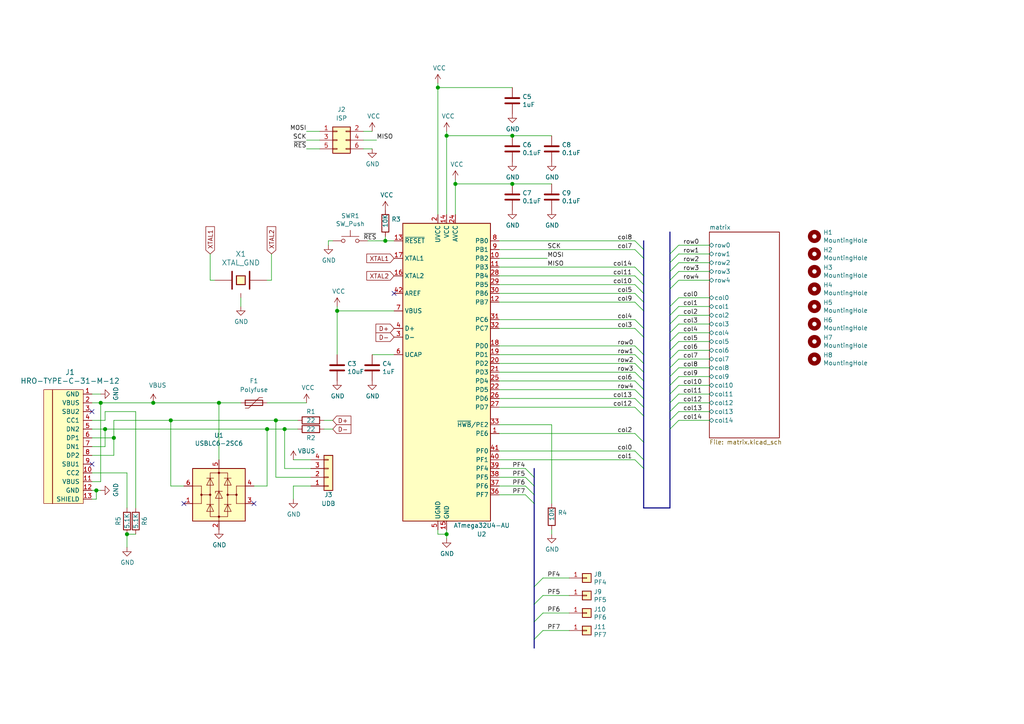
<source format=kicad_sch>
(kicad_sch (version 20201015) (generator eeschema)
  (paper "A4")
  (title_block (title "Arisu") (rev "1.0") (company "Fate"))
  (lib_symbols
    (symbol "Connector_Generic:Conn_01x01" (pin_names (offset 1.016) hide)
      (property "Reference" "J" (at 0 2.54 0))
      (property "Value" "Conn_01x01" (at 0 -2.54 0))
      (symbol "Conn_01x01_1_1"
        (rectangle (start -1.27 0.127) (end 0 -0.127) (stroke (width 0.1524)))
        (rectangle (start -1.27 1.27) (end 1.27 -1.27) (stroke (width 0.254)) (fill (type background)))
        (pin passive line (at -5.08 0 0) (length 3.81) (name "Pin_1") (number "1"))
      )
    )
    (symbol "Connector_Generic:Conn_01x04" (pin_names (offset 1.016) hide)
      (property "Reference" "J" (at 0 5.08 0))
      (property "Value" "Conn_01x04" (at 0 -7.62 0))
      (symbol "Conn_01x04_1_1"
        (rectangle (start -1.27 -4.953) (end 0 -5.207) (stroke (width 0.1524)))
        (rectangle (start -1.27 -2.413) (end 0 -2.667) (stroke (width 0.1524)))
        (rectangle (start -1.27 2.667) (end 0 2.413) (stroke (width 0.1524)))
        (rectangle (start -1.27 3.81) (end 1.27 -6.35) (stroke (width 0.254)) (fill (type background)))
        (rectangle (start -1.27 0.127) (end 0 -0.127) (stroke (width 0.1524)))
        (pin passive line (at -5.08 2.54 0) (length 3.81) (name "Pin_1") (number "1"))
        (pin passive line (at -5.08 0 0) (length 3.81) (name "Pin_2") (number "2"))
        (pin passive line (at -5.08 -2.54 0) (length 3.81) (name "Pin_3") (number "3"))
        (pin passive line (at -5.08 -5.08 0) (length 3.81) (name "Pin_4") (number "4"))
      )
    )
    (symbol "Connector_Generic:Conn_02x03_Odd_Even" (pin_names (offset 1.016) hide)
      (property "Reference" "J" (at 1.27 5.08 0))
      (property "Value" "Conn_02x03_Odd_Even" (at 1.27 -5.08 0))
      (symbol "Conn_02x03_Odd_Even_1_1"
        (rectangle (start -1.27 -2.413) (end 0 -2.667) (stroke (width 0.1524)))
        (rectangle (start -1.27 2.667) (end 0 2.413) (stroke (width 0.1524)))
        (rectangle (start -1.27 3.81) (end 3.81 -3.81) (stroke (width 0.254)) (fill (type background)))
        (rectangle (start -1.27 0.127) (end 0 -0.127) (stroke (width 0.1524)))
        (rectangle (start 3.81 -2.413) (end 2.54 -2.667) (stroke (width 0.1524)))
        (rectangle (start 3.81 2.667) (end 2.54 2.413) (stroke (width 0.1524)))
        (rectangle (start 3.81 0.127) (end 2.54 -0.127) (stroke (width 0.1524)))
        (pin passive line (at -5.08 2.54 0) (length 3.81) (name "Pin_1") (number "1"))
        (pin passive line (at 7.62 2.54 180) (length 3.81) (name "Pin_2") (number "2"))
        (pin passive line (at -5.08 0 0) (length 3.81) (name "Pin_3") (number "3"))
        (pin passive line (at 7.62 0 180) (length 3.81) (name "Pin_4") (number "4"))
        (pin passive line (at -5.08 -2.54 0) (length 3.81) (name "Pin_5") (number "5"))
        (pin passive line (at 7.62 -2.54 180) (length 3.81) (name "Pin_6") (number "6"))
      )
    )
    (symbol "Device:C" (pin_numbers hide) (pin_names (offset 0.254))
      (property "Reference" "C" (at 0.635 2.54 0))
      (property "Value" "C" (at 0.635 -2.54 0))
      (symbol "C_0_1"
        (polyline (pts (xy -2.032 -0.762) (xy 2.032 -0.762)) (stroke (width 0.508)))
        (polyline (pts (xy -2.032 0.762) (xy 2.032 0.762)) (stroke (width 0.508)))
      )
      (symbol "C_1_1"
        (pin passive line (at 0 3.81 270) (length 2.794) (name "~") (number "1"))
        (pin passive line (at 0 -3.81 90) (length 2.794) (name "~") (number "2"))
      )
    )
    (symbol "Device:Polyfuse" (pin_numbers hide) (pin_names (offset 0))
      (property "Reference" "F" (at -2.54 0 90))
      (property "Value" "Polyfuse" (at 2.54 0 90))
      (symbol "Polyfuse_0_1"
        (rectangle (start -0.762 2.54) (end 0.762 -2.54) (stroke (width 0.254)))
        (polyline (pts (xy 0 2.54) (xy 0 -2.54)))
        (polyline (pts (xy -1.524 2.54) (xy -1.524 1.524) (xy 1.524 -1.524) (xy 1.524 -2.54)))
      )
      (symbol "Polyfuse_1_1"
        (pin passive line (at 0 3.81 270) (length 1.27) (name "~") (number "1"))
        (pin passive line (at 0 -3.81 90) (length 1.27) (name "~") (number "2"))
      )
    )
    (symbol "Device:R" (pin_numbers hide) (pin_names (offset 0))
      (property "Reference" "R" (at 2.032 0 90))
      (property "Value" "R" (at 0 0 90))
      (symbol "R_0_1"
        (rectangle (start -1.016 -2.54) (end 1.016 2.54) (stroke (width 0.254)))
      )
      (symbol "R_1_1"
        (pin passive line (at 0 3.81 270) (length 1.27) (name "~") (number "1"))
        (pin passive line (at 0 -3.81 90) (length 1.27) (name "~") (number "2"))
      )
    )
    (symbol "MCU_Microchip_ATmega:ATmega32U4-AU"
      (property "Reference" "U" (at -12.7 44.45 0))
      (property "Value" "ATmega32U4-AU" (at 2.54 -44.45 0))
      (symbol "ATmega32U4-AU_0_1"
        (rectangle (start -12.7 -43.18) (end 12.7 43.18) (stroke (width 0.254)) (fill (type background)))
      )
      (symbol "ATmega32U4-AU_1_1"
        (pin bidirectional line (at 15.24 -17.78 180) (length 2.54) (name "PE6") (number "1"))
        (pin bidirectional line (at 15.24 33.02 180) (length 2.54) (name "PB2") (number "10"))
        (pin bidirectional line (at 15.24 30.48 180) (length 2.54) (name "PB3") (number "11"))
        (pin bidirectional line (at 15.24 20.32 180) (length 2.54) (name "PB7") (number "12"))
        (pin input line (at -15.24 38.1 0) (length 2.54) (name "~RESET") (number "13"))
        (pin power_in line (at 0 45.72 270) (length 2.54) (name "VCC") (number "14"))
        (pin power_in line (at 0 -45.72 90) (length 2.54) (name "GND") (number "15"))
        (pin output line (at -15.24 27.94 0) (length 2.54) (name "XTAL2") (number "16"))
        (pin input line (at -15.24 33.02 0) (length 2.54) (name "XTAL1") (number "17"))
        (pin bidirectional line (at 15.24 7.62 180) (length 2.54) (name "PD0") (number "18"))
        (pin bidirectional line (at 15.24 5.08 180) (length 2.54) (name "PD1") (number "19"))
        (pin power_in line (at -2.54 45.72 270) (length 2.54) (name "UVCC") (number "2"))
        (pin bidirectional line (at 15.24 2.54 180) (length 2.54) (name "PD2") (number "20"))
        (pin bidirectional line (at 15.24 0 180) (length 2.54) (name "PD3") (number "21"))
        (pin bidirectional line (at 15.24 -5.08 180) (length 2.54) (name "PD5") (number "22"))
        (pin passive line (at 0 -45.72 90) (length 2.54) hide (name "GND") (number "23"))
        (pin power_in line (at 2.54 45.72 270) (length 2.54) (name "AVCC") (number "24"))
        (pin bidirectional line (at 15.24 -2.54 180) (length 2.54) (name "PD4") (number "25"))
        (pin bidirectional line (at 15.24 -7.62 180) (length 2.54) (name "PD6") (number "26"))
        (pin bidirectional line (at 15.24 -10.16 180) (length 2.54) (name "PD7") (number "27"))
        (pin bidirectional line (at 15.24 27.94 180) (length 2.54) (name "PB4") (number "28"))
        (pin bidirectional line (at 15.24 25.4 180) (length 2.54) (name "PB5") (number "29"))
        (pin bidirectional line (at -15.24 10.16 0) (length 2.54) (name "D-") (number "3"))
        (pin bidirectional line (at 15.24 22.86 180) (length 2.54) (name "PB6") (number "30"))
        (pin bidirectional line (at 15.24 15.24 180) (length 2.54) (name "PC6") (number "31"))
        (pin bidirectional line (at 15.24 12.7 180) (length 2.54) (name "PC7") (number "32"))
        (pin bidirectional line (at 15.24 -15.24 180) (length 2.54) (name "~HWB~/PE2") (number "33"))
        (pin passive line (at 0 45.72 270) (length 2.54) hide (name "VCC") (number "34"))
        (pin passive line (at 0 -45.72 90) (length 2.54) hide (name "GND") (number "35"))
        (pin bidirectional line (at 15.24 -35.56 180) (length 2.54) (name "PF7") (number "36"))
        (pin bidirectional line (at 15.24 -33.02 180) (length 2.54) (name "PF6") (number "37"))
        (pin bidirectional line (at 15.24 -30.48 180) (length 2.54) (name "PF5") (number "38"))
        (pin bidirectional line (at 15.24 -27.94 180) (length 2.54) (name "PF4") (number "39"))
        (pin bidirectional line (at -15.24 12.7 0) (length 2.54) (name "D+") (number "4"))
        (pin bidirectional line (at 15.24 -25.4 180) (length 2.54) (name "PF1") (number "40"))
        (pin bidirectional line (at 15.24 -22.86 180) (length 2.54) (name "PF0") (number "41"))
        (pin passive line (at -15.24 22.86 0) (length 2.54) (name "AREF") (number "42"))
        (pin passive line (at 0 -45.72 90) (length 2.54) hide (name "GND") (number "43"))
        (pin passive line (at 2.54 45.72 270) (length 2.54) hide (name "AVCC") (number "44"))
        (pin passive line (at -2.54 -45.72 90) (length 2.54) (name "UGND") (number "5"))
        (pin passive line (at -15.24 5.08 0) (length 2.54) (name "UCAP") (number "6"))
        (pin input line (at -15.24 17.78 0) (length 2.54) (name "VBUS") (number "7"))
        (pin bidirectional line (at 15.24 38.1 180) (length 2.54) (name "PB0") (number "8"))
        (pin bidirectional line (at 15.24 35.56 180) (length 2.54) (name "PB1") (number "9"))
      )
    )
    (symbol "Power:VBUS" (power) (pin_names (offset 0))
      (property "Value" "VBUS" (at 0 3.81 0))
      (symbol "VBUS_0_1"
        (polyline (pts (xy -0.762 1.27) (xy 0 2.54)))
        (polyline (pts (xy 0 0) (xy 0 2.54)))
        (polyline (pts (xy 0 2.54) (xy 0.762 1.27)))
      )
      (symbol "VBUS_1_1"
        (pin power_in line (at 0 0 90) (length 0) hide (name "VBUS") (number "1"))
      )
    )
    (symbol "Switch:SW_Push" (pin_numbers hide) (pin_names (offset 1.016) hide)
      (property "Reference" "SW" (at 1.27 2.54 0))
      (property "Value" "SW_Push" (at 0 -1.524 0))
      (symbol "SW_Push_0_1"
        (circle (center -2.032 0) (radius 0.508))
        (circle (center 2.032 0) (radius 0.508))
        (polyline (pts (xy 0 1.27) (xy 0 3.048)))
        (polyline (pts (xy 2.54 1.27) (xy -2.54 1.27)))
        (pin passive line (at -5.08 0 0) (length 2.54) (name "1") (number "1"))
        (pin passive line (at 5.08 0 180) (length 2.54) (name "2") (number "2"))
      )
    )
    (symbol "Type-C:HRO-TYPE-C-31-M-12" (pin_names (offset 1.016))
      (property "Reference" "USB" (at -5.08 16.51 0))
      (property "Value" "HRO-TYPE-C-31-M-12" (at -10.16 -1.27 90))
      (symbol "HRO-TYPE-C-31-M-12_0_1"
        (rectangle (start -11.43 15.24) (end -8.89 -17.78) (fill (type background)))
        (rectangle (start 0 -17.78) (end -8.89 15.24) (fill (type background)))
      )
      (symbol "HRO-TYPE-C-31-M-12_1_1"
        (pin input line (at 2.54 13.97 180) (length 2.54) (name "GND") (number "1"))
        (pin input line (at 2.54 11.43 180) (length 2.54) (name "VBUS") (number "2"))
        (pin input line (at 2.54 8.89 180) (length 2.54) (name "SBU2") (number "3"))
        (pin input line (at 2.54 6.35 180) (length 2.54) (name "CC1") (number "4"))
        (pin input line (at 2.54 3.81 180) (length 2.54) (name "DN2") (number "5"))
        (pin input line (at 2.54 1.27 180) (length 2.54) (name "DP1") (number "6"))
        (pin input line (at 2.54 -1.27 180) (length 2.54) (name "DN1") (number "7"))
        (pin input line (at 2.54 -3.81 180) (length 2.54) (name "DP2") (number "8"))
        (pin input line (at 2.54 -6.35 180) (length 2.54) (name "SBU1") (number "9"))
        (pin input line (at 2.54 -8.89 180) (length 2.54) (name "CC2") (number "10"))
        (pin input line (at 2.54 -11.43 180) (length 2.54) (name "VBUS") (number "11"))
        (pin input line (at 2.54 -13.97 180) (length 2.54) (name "GND") (number "12"))
        (pin input line (at 2.54 -16.51 180) (length 2.54) (name "SHIELD") (number "13"))
      )
    )
    (symbol "arisu-rescue:GND-power" (power) (pin_names (offset 0))
      (property "Value" "GND-power" (at 0 -3.81 0))
      (symbol "GND-power_0_1"
        (polyline (pts (xy 0 0) (xy 0 -1.27) (xy 1.27 -1.27) (xy 0 -2.54) (xy -1.27 -1.27) (xy 0 -1.27)))
      )
      (symbol "GND-power_1_1"
        (pin power_in line (at 0 0 270) (length 0) hide (name "GND") (number "1"))
      )
    )
    (symbol "arisu-rescue:MountingHole-Mechanical" (pin_names (offset 1.016))
      (property "Reference" "H" (at 0 5.08 0))
      (property "Value" "MountingHole-Mechanical" (at 0 3.175 0))
      (symbol "MountingHole-Mechanical_0_1"
        (circle (center 0 0) (radius 1.27) (stroke (width 1.27)))
      )
    )
    (symbol "arisu-rescue:USBLC6-2SC6-Power_Protection" (pin_names hide)
      (property "Reference" "U" (at 2.54 8.89 0))
      (property "Value" "USBLC6-2SC6-Power_Protection" (at 2.54 -8.89 0))
      (symbol "USBLC6-2SC6-Power_Protection_0_1"
        (circle (center -5.08 0) (radius 0.254) (fill (type outline)))
        (circle (center -2.54 0) (radius 0.254) (fill (type outline)))
        (circle (center 0 -6.35) (radius 0.254) (fill (type outline)))
        (circle (center 0 6.35) (radius 0.254) (fill (type outline)))
        (circle (center 2.54 0) (radius 0.254) (fill (type outline)))
        (circle (center 5.08 0) (radius 0.254) (fill (type outline)))
        (rectangle (start -2.54 6.35) (end 2.54 -6.35))
        (rectangle (start -7.62 -7.62) (end 7.62 7.62) (stroke (width 0.254)) (fill (type background)))
        (polyline (pts (xy -5.08 -2.54) (xy -7.62 -2.54)))
        (polyline (pts (xy -5.08 0) (xy -5.08 -2.54)))
        (polyline (pts (xy -5.08 2.54) (xy -7.62 2.54)))
        (polyline (pts (xy -1.524 -2.794) (xy -3.556 -2.794)))
        (polyline (pts (xy -1.524 4.826) (xy -3.556 4.826)))
        (polyline (pts (xy 0 -7.62) (xy 0 -6.35)))
        (polyline (pts (xy 0 -6.35) (xy 0 1.27)))
        (polyline (pts (xy 0 1.27) (xy 0 6.35)))
        (polyline (pts (xy 0 6.35) (xy 0 7.62)))
        (polyline (pts (xy 1.524 -2.794) (xy 3.556 -2.794)))
        (polyline (pts (xy 1.524 4.826) (xy 3.556 4.826)))
        (polyline (pts (xy 5.08 -2.54) (xy 7.62 -2.54)))
        (polyline (pts (xy 5.08 0) (xy 5.08 -2.54)))
        (polyline (pts (xy 5.08 2.54) (xy 7.62 2.54)))
        (polyline (pts (xy -2.54 0) (xy -5.08 0) (xy -5.08 2.54)))
        (polyline (pts (xy 2.54 0) (xy 5.08 0) (xy 5.08 2.54)))
        (polyline (pts (xy -3.556 -4.826) (xy -1.524 -4.826) (xy -2.54 -2.794) (xy -3.556 -4.826)))
        (polyline (pts (xy -3.556 2.794) (xy -1.524 2.794) (xy -2.54 4.826) (xy -3.556 2.794)))
        (polyline (pts (xy -1.016 -1.016) (xy 1.016 -1.016) (xy 0 1.016) (xy -1.016 -1.016)))
        (polyline (pts (xy 1.016 1.016) (xy 0.762 1.016) (xy -1.016 1.016) (xy -1.016 0.508)))
        (polyline (pts (xy 3.556 -4.826) (xy 1.524 -4.826) (xy 2.54 -2.794) (xy 3.556 -4.826)))
        (polyline (pts (xy 3.556 2.794) (xy 1.524 2.794) (xy 2.54 4.826) (xy 3.556 2.794)))
      )
      (symbol "USBLC6-2SC6-Power_Protection_1_1"
        (pin passive line (at -10.16 -2.54 0) (length 2.54) (name "I/O1") (number "1"))
        (pin passive line (at 0 -10.16 90) (length 2.54) (name "GND") (number "2"))
        (pin passive line (at 10.16 -2.54 180) (length 2.54) (name "I/O2") (number "3"))
        (pin passive line (at 10.16 2.54 180) (length 2.54) (name "I/O2") (number "4"))
        (pin passive line (at 0 10.16 270) (length 2.54) (name "VBUS") (number "5"))
        (pin passive line (at -10.16 2.54 0) (length 2.54) (name "I/O1") (number "6"))
      )
    )
    (symbol "arisu-rescue:VCC-power" (power) (pin_names (offset 0))
      (property "Value" "VCC-power" (at 0 3.81 0))
      (symbol "VCC-power_0_1"
        (polyline (pts (xy -0.762 1.27) (xy 0 2.54)))
        (polyline (pts (xy 0 0) (xy 0 2.54)))
        (polyline (pts (xy 0 2.54) (xy 0.762 1.27)))
      )
      (symbol "VCC-power_1_1"
        (pin power_in line (at 0 0 90) (length 0) hide (name "VCC") (number "1"))
      )
    )
    (symbol "keyboard_parts:XTAL_GND" (pin_numbers hide) (pin_names (offset 1.016) hide)
      (property "Reference" "X" (at 0 3.81 0))
      (property "Value" "XTAL_GND" (at 0 -3.81 0))
      (symbol "XTAL_GND_0_1"
        (polyline (pts (xy -2.54 2.54) (xy -2.54 -2.54)) (stroke (width 0.4064)))
        (polyline (pts (xy 2.54 2.54) (xy 2.54 -2.54)) (stroke (width 0.4064)))
        (polyline (pts (xy -1.27 1.27) (xy 1.27 1.27) (xy 1.27 -1.27) (xy -1.27 -1.27) (xy -1.27 1.27)) (stroke (width 0.3048)) (fill (type background)))
      )
      (symbol "XTAL_GND_1_1"
        (pin passive line (at -7.62 0 0) (length 5.08) (name "1") (number "1"))
        (pin passive line (at 7.62 0 180) (length 5.08) (name "2") (number "2"))
        (pin passive line (at 0 -5.08 90) (length 1.27) (name "~") (number "3"))
      )
    )
  )
  (junction (at 27.94 142.24) (diameter 1.016))
  (junction (at 29.21 116.84) (diameter 1.016))
  (junction (at 30.48 124.46) (diameter 1.016))
  (junction (at 33.02 127) (diameter 1.016))
  (junction (at 36.83 154.94) (diameter 1.016))
  (junction (at 44.45 116.84) (diameter 1.016))
  (junction (at 49.53 121.92) (diameter 1.016))
  (junction (at 63.5 116.84) (diameter 1.016))
  (junction (at 77.47 124.46) (diameter 1.016))
  (junction (at 80.01 121.92) (diameter 1.016))
  (junction (at 82.55 124.46) (diameter 1.016))
  (junction (at 97.79 90.17) (diameter 1.016))
  (junction (at 111.76 69.85) (diameter 1.016))
  (junction (at 127 25.4) (diameter 1.016))
  (junction (at 129.54 39.37) (diameter 1.016))
  (junction (at 129.54 154.94) (diameter 1.016))
  (junction (at 132.08 53.34) (diameter 1.016))
  (junction (at 148.59 39.37) (diameter 1.016))
  (junction (at 148.59 53.34) (diameter 1.016))
  (no_connect (at 26.67 119.38))
  (no_connect (at 26.67 134.62))
  (no_connect (at 53.34 146.05))
  (no_connect (at 73.66 146.05))
  (no_connect (at 114.3 85.09))
  (bus_entry (at 152.4 135.89) (size 2.54 2.54) (stroke (width 0.1524)))
  (bus_entry (at 152.4 138.43) (size 2.54 2.54) (stroke (width 0.1524)))
  (bus_entry (at 152.4 140.97) (size 2.54 2.54) (stroke (width 0.1524)))
  (bus_entry (at 152.4 143.51) (size 2.54 2.54) (stroke (width 0.1524)))
  (bus_entry (at 154.94 170.18) (size 2.54 -2.54) (stroke (width 0.1524)))
  (bus_entry (at 154.94 175.26) (size 2.54 -2.54) (stroke (width 0.1524)))
  (bus_entry (at 154.94 180.34) (size 2.54 -2.54) (stroke (width 0.1524)))
  (bus_entry (at 154.94 185.42) (size 2.54 -2.54) (stroke (width 0.1524)))
  (bus_entry (at 184.15 69.85) (size 2.54 2.54) (stroke (width 0.1524)))
  (bus_entry (at 184.15 72.39) (size 2.54 2.54) (stroke (width 0.1524)))
  (bus_entry (at 184.15 77.47) (size 2.54 2.54) (stroke (width 0.1524)))
  (bus_entry (at 184.15 80.01) (size 2.54 2.54) (stroke (width 0.1524)))
  (bus_entry (at 184.15 82.55) (size 2.54 2.54) (stroke (width 0.1524)))
  (bus_entry (at 184.15 85.09) (size 2.54 2.54) (stroke (width 0.1524)))
  (bus_entry (at 184.15 87.63) (size 2.54 2.54) (stroke (width 0.1524)))
  (bus_entry (at 184.15 92.71) (size 2.54 2.54) (stroke (width 0.1524)))
  (bus_entry (at 184.15 95.25) (size 2.54 2.54) (stroke (width 0.1524)))
  (bus_entry (at 184.15 100.33) (size 2.54 2.54) (stroke (width 0.1524)))
  (bus_entry (at 184.15 102.87) (size 2.54 2.54) (stroke (width 0.1524)))
  (bus_entry (at 184.15 105.41) (size 2.54 2.54) (stroke (width 0.1524)))
  (bus_entry (at 184.15 107.95) (size 2.54 2.54) (stroke (width 0.1524)))
  (bus_entry (at 184.15 110.49) (size 2.54 2.54) (stroke (width 0.1524)))
  (bus_entry (at 184.15 113.03) (size 2.54 2.54) (stroke (width 0.1524)))
  (bus_entry (at 184.15 115.57) (size 2.54 2.54) (stroke (width 0.1524)))
  (bus_entry (at 184.15 118.11) (size 2.54 2.54) (stroke (width 0.1524)))
  (bus_entry (at 184.15 125.73) (size 2.54 2.54) (stroke (width 0.1524)))
  (bus_entry (at 184.15 130.81) (size 2.54 2.54) (stroke (width 0.1524)))
  (bus_entry (at 184.15 133.35) (size 2.54 2.54) (stroke (width 0.1524)))
  (bus_entry (at 194.31 73.66) (size 2.54 -2.54) (stroke (width 0.1524)))
  (bus_entry (at 194.31 76.2) (size 2.54 -2.54) (stroke (width 0.1524)))
  (bus_entry (at 194.31 78.74) (size 2.54 -2.54) (stroke (width 0.1524)))
  (bus_entry (at 194.31 81.28) (size 2.54 -2.54) (stroke (width 0.1524)))
  (bus_entry (at 194.31 83.82) (size 2.54 -2.54) (stroke (width 0.1524)))
  (bus_entry (at 194.31 88.9) (size 2.54 -2.54) (stroke (width 0.1524)))
  (bus_entry (at 194.31 91.44) (size 2.54 -2.54) (stroke (width 0.1524)))
  (bus_entry (at 194.31 93.98) (size 2.54 -2.54) (stroke (width 0.1524)))
  (bus_entry (at 194.31 96.52) (size 2.54 -2.54) (stroke (width 0.1524)))
  (bus_entry (at 194.31 99.06) (size 2.54 -2.54) (stroke (width 0.1524)))
  (bus_entry (at 194.31 101.6) (size 2.54 -2.54) (stroke (width 0.1524)))
  (bus_entry (at 194.31 104.14) (size 2.54 -2.54) (stroke (width 0.1524)))
  (bus_entry (at 194.31 106.68) (size 2.54 -2.54) (stroke (width 0.1524)))
  (bus_entry (at 194.31 109.22) (size 2.54 -2.54) (stroke (width 0.1524)))
  (bus_entry (at 194.31 111.76) (size 2.54 -2.54) (stroke (width 0.1524)))
  (bus_entry (at 194.31 114.3) (size 2.54 -2.54) (stroke (width 0.1524)))
  (bus_entry (at 194.31 116.84) (size 2.54 -2.54) (stroke (width 0.1524)))
  (bus_entry (at 194.31 119.38) (size 2.54 -2.54) (stroke (width 0.1524)))
  (bus_entry (at 194.31 121.92) (size 2.54 -2.54) (stroke (width 0.1524)))
  (bus_entry (at 194.31 124.46) (size 2.54 -2.54) (stroke (width 0.1524)))
  (wire (pts (xy 26.67 114.3) (xy 29.21 114.3)))
  (wire (pts (xy 26.67 116.84) (xy 29.21 116.84)))
  (wire (pts (xy 26.67 121.92) (xy 30.48 121.92)))
  (wire (pts (xy 26.67 124.46) (xy 30.48 124.46)))
  (wire (pts (xy 26.67 127) (xy 33.02 127)))
  (wire (pts (xy 26.67 129.54) (xy 30.48 129.54)))
  (wire (pts (xy 26.67 132.08) (xy 33.02 132.08)))
  (wire (pts (xy 26.67 137.16) (xy 36.83 137.16)))
  (wire (pts (xy 26.67 142.24) (xy 27.94 142.24)))
  (wire (pts (xy 26.67 144.78) (xy 27.94 144.78)))
  (wire (pts (xy 27.94 142.24) (xy 29.21 142.24)))
  (wire (pts (xy 27.94 144.78) (xy 27.94 142.24)))
  (wire (pts (xy 29.21 116.84) (xy 29.21 139.7)))
  (wire (pts (xy 29.21 116.84) (xy 44.45 116.84)))
  (wire (pts (xy 29.21 139.7) (xy 26.67 139.7)))
  (wire (pts (xy 30.48 119.38) (xy 39.37 119.38)))
  (wire (pts (xy 30.48 121.92) (xy 30.48 119.38)))
  (wire (pts (xy 30.48 124.46) (xy 77.47 124.46)))
  (wire (pts (xy 30.48 129.54) (xy 30.48 124.46)))
  (wire (pts (xy 33.02 121.92) (xy 49.53 121.92)))
  (wire (pts (xy 33.02 127) (xy 33.02 121.92)))
  (wire (pts (xy 33.02 127) (xy 33.02 132.08)))
  (wire (pts (xy 36.83 137.16) (xy 36.83 147.32)))
  (wire (pts (xy 36.83 154.94) (xy 36.83 158.75)))
  (wire (pts (xy 36.83 154.94) (xy 39.37 154.94)))
  (wire (pts (xy 39.37 119.38) (xy 39.37 147.32)))
  (wire (pts (xy 44.45 116.84) (xy 63.5 116.84)))
  (wire (pts (xy 49.53 121.92) (xy 80.01 121.92)))
  (wire (pts (xy 49.53 140.97) (xy 49.53 121.92)))
  (wire (pts (xy 49.53 140.97) (xy 53.34 140.97)))
  (wire (pts (xy 60.96 73.66) (xy 60.96 81.28)))
  (wire (pts (xy 60.96 81.28) (xy 62.23 81.28)))
  (wire (pts (xy 63.5 116.84) (xy 63.5 133.35)))
  (wire (pts (xy 63.5 116.84) (xy 69.85 116.84)))
  (wire (pts (xy 69.85 86.36) (xy 69.85 88.9)))
  (wire (pts (xy 73.66 140.97) (xy 77.47 140.97)))
  (wire (pts (xy 77.47 81.28) (xy 78.74 81.28)))
  (wire (pts (xy 77.47 116.84) (xy 88.9 116.84)))
  (wire (pts (xy 77.47 124.46) (xy 82.55 124.46)))
  (wire (pts (xy 77.47 140.97) (xy 77.47 124.46)))
  (wire (pts (xy 78.74 81.28) (xy 78.74 73.66)))
  (wire (pts (xy 80.01 121.92) (xy 86.36 121.92)))
  (wire (pts (xy 80.01 138.43) (xy 80.01 121.92)))
  (wire (pts (xy 82.55 124.46) (xy 86.36 124.46)))
  (wire (pts (xy 82.55 135.89) (xy 82.55 124.46)))
  (wire (pts (xy 85.09 133.35) (xy 90.17 133.35)))
  (wire (pts (xy 85.09 140.97) (xy 85.09 144.78)))
  (wire (pts (xy 88.9 38.1) (xy 92.71 38.1)))
  (wire (pts (xy 88.9 40.64) (xy 92.71 40.64)))
  (wire (pts (xy 88.9 43.18) (xy 92.71 43.18)))
  (wire (pts (xy 90.17 135.89) (xy 82.55 135.89)))
  (wire (pts (xy 90.17 138.43) (xy 80.01 138.43)))
  (wire (pts (xy 90.17 140.97) (xy 85.09 140.97)))
  (wire (pts (xy 93.98 121.92) (xy 96.52 121.92)))
  (wire (pts (xy 93.98 124.46) (xy 96.52 124.46)))
  (wire (pts (xy 95.25 69.85) (xy 95.25 71.12)))
  (wire (pts (xy 96.52 69.85) (xy 95.25 69.85)))
  (wire (pts (xy 97.79 90.17) (xy 97.79 88.9)))
  (wire (pts (xy 97.79 90.17) (xy 97.79 102.87)))
  (wire (pts (xy 105.41 38.1) (xy 107.95 38.1)))
  (wire (pts (xy 105.41 40.64) (xy 109.22 40.64)))
  (wire (pts (xy 105.41 43.18) (xy 107.95 43.18)))
  (wire (pts (xy 106.68 69.85) (xy 111.76 69.85)))
  (wire (pts (xy 107.95 102.87) (xy 114.3 102.87)))
  (wire (pts (xy 111.76 68.58) (xy 111.76 69.85)))
  (wire (pts (xy 111.76 69.85) (xy 114.3 69.85)))
  (wire (pts (xy 114.3 90.17) (xy 97.79 90.17)))
  (wire (pts (xy 127 24.13) (xy 127 25.4)))
  (wire (pts (xy 127 25.4) (xy 127 62.23)))
  (wire (pts (xy 127 153.67) (xy 127 154.94)))
  (wire (pts (xy 127 154.94) (xy 129.54 154.94)))
  (wire (pts (xy 129.54 38.1) (xy 129.54 39.37)))
  (wire (pts (xy 129.54 39.37) (xy 129.54 62.23)))
  (wire (pts (xy 129.54 39.37) (xy 148.59 39.37)))
  (wire (pts (xy 129.54 153.67) (xy 129.54 154.94)))
  (wire (pts (xy 129.54 154.94) (xy 129.54 156.21)))
  (wire (pts (xy 132.08 52.07) (xy 132.08 53.34)))
  (wire (pts (xy 132.08 53.34) (xy 132.08 62.23)))
  (wire (pts (xy 132.08 53.34) (xy 148.59 53.34)))
  (wire (pts (xy 144.78 69.85) (xy 184.15 69.85)))
  (wire (pts (xy 144.78 72.39) (xy 184.15 72.39)))
  (wire (pts (xy 144.78 74.93) (xy 158.75 74.93)))
  (wire (pts (xy 144.78 77.47) (xy 184.15 77.47)))
  (wire (pts (xy 144.78 80.01) (xy 184.15 80.01)))
  (wire (pts (xy 144.78 82.55) (xy 184.15 82.55)))
  (wire (pts (xy 144.78 85.09) (xy 184.15 85.09)))
  (wire (pts (xy 144.78 87.63) (xy 184.15 87.63)))
  (wire (pts (xy 144.78 92.71) (xy 184.15 92.71)))
  (wire (pts (xy 144.78 95.25) (xy 184.15 95.25)))
  (wire (pts (xy 144.78 100.33) (xy 184.15 100.33)))
  (wire (pts (xy 144.78 102.87) (xy 184.15 102.87)))
  (wire (pts (xy 144.78 105.41) (xy 184.15 105.41)))
  (wire (pts (xy 144.78 107.95) (xy 184.15 107.95)))
  (wire (pts (xy 144.78 110.49) (xy 184.15 110.49)))
  (wire (pts (xy 144.78 113.03) (xy 184.15 113.03)))
  (wire (pts (xy 144.78 115.57) (xy 184.15 115.57)))
  (wire (pts (xy 144.78 118.11) (xy 184.15 118.11)))
  (wire (pts (xy 144.78 123.19) (xy 160.02 123.19)))
  (wire (pts (xy 144.78 125.73) (xy 184.15 125.73)))
  (wire (pts (xy 144.78 130.81) (xy 184.15 130.81)))
  (wire (pts (xy 144.78 133.35) (xy 184.15 133.35)))
  (wire (pts (xy 144.78 135.89) (xy 152.4 135.89)))
  (wire (pts (xy 144.78 138.43) (xy 152.4 138.43)))
  (wire (pts (xy 144.78 140.97) (xy 152.4 140.97)))
  (wire (pts (xy 144.78 143.51) (xy 152.4 143.51)))
  (wire (pts (xy 148.59 25.4) (xy 127 25.4)))
  (wire (pts (xy 148.59 39.37) (xy 160.02 39.37)))
  (wire (pts (xy 148.59 53.34) (xy 160.02 53.34)))
  (wire (pts (xy 157.48 167.64) (xy 165.1 167.64)))
  (wire (pts (xy 157.48 172.72) (xy 165.1 172.72)))
  (wire (pts (xy 157.48 177.8) (xy 165.1 177.8)))
  (wire (pts (xy 157.48 182.88) (xy 165.1 182.88)))
  (wire (pts (xy 160.02 123.19) (xy 160.02 146.05)))
  (wire (pts (xy 160.02 154.94) (xy 160.02 153.67)))
  (wire (pts (xy 196.85 76.2) (xy 205.74 76.2)))
  (wire (pts (xy 196.85 78.74) (xy 205.74 78.74)))
  (wire (pts (xy 196.85 81.28) (xy 205.74 81.28)))
  (wire (pts (xy 196.85 86.36) (xy 205.74 86.36)))
  (wire (pts (xy 196.85 88.9) (xy 205.74 88.9)))
  (wire (pts (xy 196.85 91.44) (xy 205.74 91.44)))
  (wire (pts (xy 196.85 93.98) (xy 205.74 93.98)))
  (wire (pts (xy 196.85 96.52) (xy 205.74 96.52)))
  (wire (pts (xy 196.85 99.06) (xy 205.74 99.06)))
  (wire (pts (xy 196.85 101.6) (xy 205.74 101.6)))
  (wire (pts (xy 196.85 104.14) (xy 205.74 104.14)))
  (wire (pts (xy 196.85 106.68) (xy 205.74 106.68)))
  (wire (pts (xy 196.85 109.22) (xy 205.74 109.22)))
  (wire (pts (xy 196.85 111.76) (xy 205.74 111.76)))
  (wire (pts (xy 196.85 114.3) (xy 205.74 114.3)))
  (wire (pts (xy 196.85 116.84) (xy 205.74 116.84)))
  (wire (pts (xy 196.85 119.38) (xy 205.74 119.38)))
  (wire (pts (xy 196.85 121.92) (xy 205.74 121.92)))
  (wire (pts (xy 205.74 71.12) (xy 196.85 71.12)))
  (wire (pts (xy 205.74 73.66) (xy 196.85 73.66)))
  (bus (pts (xy 154.94 135.89) (xy 154.94 138.43)))
  (bus (pts (xy 154.94 138.43) (xy 154.94 140.97)))
  (bus (pts (xy 154.94 140.97) (xy 154.94 143.51)))
  (bus (pts (xy 154.94 143.51) (xy 154.94 146.05)))
  (bus (pts (xy 154.94 146.05) (xy 154.94 170.18)))
  (bus (pts (xy 154.94 170.18) (xy 154.94 175.26)))
  (bus (pts (xy 154.94 175.26) (xy 154.94 180.34)))
  (bus (pts (xy 154.94 180.34) (xy 154.94 185.42)))
  (bus (pts (xy 154.94 185.42) (xy 154.94 187.96)))
  (bus (pts (xy 186.69 69.85) (xy 186.69 72.39)))
  (bus (pts (xy 186.69 72.39) (xy 186.69 74.93)))
  (bus (pts (xy 186.69 74.93) (xy 186.69 80.01)))
  (bus (pts (xy 186.69 80.01) (xy 186.69 82.55)))
  (bus (pts (xy 186.69 82.55) (xy 186.69 85.09)))
  (bus (pts (xy 186.69 85.09) (xy 186.69 87.63)))
  (bus (pts (xy 186.69 87.63) (xy 186.69 90.17)))
  (bus (pts (xy 186.69 90.17) (xy 186.69 95.25)))
  (bus (pts (xy 186.69 95.25) (xy 186.69 97.79)))
  (bus (pts (xy 186.69 97.79) (xy 186.69 102.87)))
  (bus (pts (xy 186.69 102.87) (xy 186.69 105.41)))
  (bus (pts (xy 186.69 105.41) (xy 186.69 107.95)))
  (bus (pts (xy 186.69 107.95) (xy 186.69 110.49)))
  (bus (pts (xy 186.69 110.49) (xy 186.69 113.03)))
  (bus (pts (xy 186.69 113.03) (xy 186.69 115.57)))
  (bus (pts (xy 186.69 115.57) (xy 186.69 118.11)))
  (bus (pts (xy 186.69 118.11) (xy 186.69 120.65)))
  (bus (pts (xy 186.69 120.65) (xy 186.69 128.27)))
  (bus (pts (xy 186.69 128.27) (xy 186.69 133.35)))
  (bus (pts (xy 186.69 133.35) (xy 186.69 135.89)))
  (bus (pts (xy 186.69 135.89) (xy 186.69 147.32)))
  (bus (pts (xy 186.69 147.32) (xy 194.31 147.32)))
  (bus (pts (xy 194.31 67.31) (xy 194.31 73.66)))
  (bus (pts (xy 194.31 73.66) (xy 194.31 76.2)))
  (bus (pts (xy 194.31 76.2) (xy 194.31 78.74)))
  (bus (pts (xy 194.31 78.74) (xy 194.31 81.28)))
  (bus (pts (xy 194.31 81.28) (xy 194.31 83.82)))
  (bus (pts (xy 194.31 83.82) (xy 194.31 88.9)))
  (bus (pts (xy 194.31 88.9) (xy 194.31 91.44)))
  (bus (pts (xy 194.31 91.44) (xy 194.31 93.98)))
  (bus (pts (xy 194.31 93.98) (xy 194.31 96.52)))
  (bus (pts (xy 194.31 96.52) (xy 194.31 99.06)))
  (bus (pts (xy 194.31 99.06) (xy 194.31 101.6)))
  (bus (pts (xy 194.31 101.6) (xy 194.31 104.14)))
  (bus (pts (xy 194.31 104.14) (xy 194.31 106.68)))
  (bus (pts (xy 194.31 106.68) (xy 194.31 109.22)))
  (bus (pts (xy 194.31 109.22) (xy 194.31 111.76)))
  (bus (pts (xy 194.31 111.76) (xy 194.31 114.3)))
  (bus (pts (xy 194.31 114.3) (xy 194.31 116.84)))
  (bus (pts (xy 194.31 116.84) (xy 194.31 119.38)))
  (bus (pts (xy 194.31 119.38) (xy 194.31 121.92)))
  (bus (pts (xy 194.31 121.92) (xy 194.31 124.46)))
  (bus (pts (xy 194.31 124.46) (xy 194.31 147.32)))
  (label "MOSI" (at 88.9 38.1 180))
  (label "SCK" (at 88.9 40.64 180))
  (label "~RES~" (at 88.9 43.18 180))
  (label "MISO" (at 109.22 40.64 0))
  (label "~RES~" (at 109.22 69.85 180))
  (label "PF4" (at 148.59 135.89 0))
  (label "PF5" (at 148.59 138.43 0))
  (label "PF6" (at 148.59 140.97 0))
  (label "PF7" (at 148.59 143.51 0))
  (label "SCK" (at 158.75 72.39 0))
  (label "MOSI" (at 158.75 74.93 0))
  (label "MISO" (at 158.75 77.47 0))
  (label "PF4" (at 158.75 167.64 0))
  (label "PF5" (at 158.75 172.72 0))
  (label "PF6" (at 158.75 177.8 0))
  (label "PF7" (at 158.75 182.88 0))
  (label "col14" (at 177.8 77.47 0))
  (label "col11" (at 177.8 80.01 0))
  (label "col10" (at 177.8 82.55 0))
  (label "col13" (at 177.8 115.57 0))
  (label "col12" (at 177.8 118.11 0))
  (label "col8" (at 179.07 69.85 0))
  (label "col7" (at 179.07 72.39 0))
  (label "col5" (at 179.07 85.09 0))
  (label "col9" (at 179.07 87.63 0))
  (label "col4" (at 179.07 92.71 0))
  (label "col3" (at 179.07 95.25 0))
  (label "row0" (at 179.07 100.33 0))
  (label "row1" (at 179.07 102.87 0))
  (label "row2" (at 179.07 105.41 0))
  (label "row3" (at 179.07 107.95 0))
  (label "col6" (at 179.07 110.49 0))
  (label "row4" (at 179.07 113.03 0))
  (label "col2" (at 179.07 125.73 0))
  (label "col0" (at 179.07 130.81 0))
  (label "col1" (at 179.07 133.35 0))
  (label "row0" (at 198.12 71.12 0))
  (label "row1" (at 198.12 73.66 0))
  (label "row2" (at 198.12 76.2 0))
  (label "row3" (at 198.12 78.74 0))
  (label "row4" (at 198.12 81.28 0))
  (label "col0" (at 198.12 86.36 0))
  (label "col1" (at 198.12 88.9 0))
  (label "col2" (at 198.12 91.44 0))
  (label "col3" (at 198.12 93.98 0))
  (label "col4" (at 198.12 96.52 0))
  (label "col5" (at 198.12 99.06 0))
  (label "col6" (at 198.12 101.6 0))
  (label "col7" (at 198.12 104.14 0))
  (label "col8" (at 198.12 106.68 0))
  (label "col9" (at 198.12 109.22 0))
  (label "col10" (at 198.12 111.76 0))
  (label "col11" (at 198.12 114.3 0))
  (label "col12" (at 198.12 116.84 0))
  (label "col13" (at 198.12 119.38 0))
  (label "col14" (at 198.12 121.92 0))
  (global_label "XTAL1" (shape input) (at 60.96 73.66 90) (property "Intersheet References" "${INTERSHEET_REFS}" (effects hide)))
  (global_label "XTAL2" (shape input) (at 78.74 73.66 90) (property "Intersheet References" "${INTERSHEET_REFS}" (effects hide)))
  (global_label "D+" (shape input) (at 96.52 121.92 0) (property "Intersheet References" "${INTERSHEET_REFS}" (effects hide)))
  (global_label "D-" (shape input) (at 96.52 124.46 0) (property "Intersheet References" "${INTERSHEET_REFS}" (effects hide)))
  (global_label "XTAL1" (shape input) (at 114.3 74.93 180) (property "Intersheet References" "${INTERSHEET_REFS}" (effects hide)))
  (global_label "XTAL2" (shape input) (at 114.3 80.01 180) (property "Intersheet References" "${INTERSHEET_REFS}" (effects hide)))
  (global_label "D+" (shape input) (at 114.3 95.25 180) (property "Intersheet References" "${INTERSHEET_REFS}" (effects hide)))
  (global_label "D-" (shape input) (at 114.3 97.79 180) (property "Intersheet References" "${INTERSHEET_REFS}" (effects hide)))
  (symbol (lib_id "Power:VBUS") (at 44.45 116.84 0) (unit 1)
    (property "Reference" "#PWR0125" (effects hide))
    (property "Value" "VBUS" (at 45.72 111.76 0))
  )
  (symbol (lib_id "Power:VBUS") (at 85.09 133.35 0) (unit 1)
    (property "Reference" "#PWR0122" (effects hide))
    (property "Value" "VBUS" (at 88.9 130.81 0))
  )
  (symbol (lib_id "arisu-rescue:VCC-power") (at 88.9 116.84 0) (unit 1)
    (property "Reference" "#PWR0101" (effects hide))
    (property "Value" "VCC" (at 89.3318 112.4458 0))
  )
  (symbol (lib_id "arisu-rescue:VCC-power") (at 97.79 88.9 0) (unit 1)
    (property "Reference" "#PWR0106" (effects hide))
    (property "Value" "VCC" (at 98.2218 84.5058 0))
  )
  (symbol (lib_id "arisu-rescue:VCC-power") (at 107.95 38.1 0) (unit 1)
    (property "Reference" "#PWR0121" (effects hide))
    (property "Value" "VCC" (at 108.3818 33.7058 0))
  )
  (symbol (lib_id "arisu-rescue:VCC-power") (at 111.76 60.96 0) (unit 1)
    (property "Reference" "#PWR0109" (effects hide))
    (property "Value" "VCC" (at 112.1918 56.5658 0))
  )
  (symbol (lib_id "arisu-rescue:VCC-power") (at 127 24.13 0) (unit 1)
    (property "Reference" "#PWR0110" (effects hide))
    (property "Value" "VCC" (at 127.4318 19.7358 0))
  )
  (symbol (lib_id "arisu-rescue:VCC-power") (at 129.54 38.1 0) (unit 1)
    (property "Reference" "#PWR0117" (effects hide))
    (property "Value" "VCC" (at 129.9718 33.7058 0))
  )
  (symbol (lib_id "arisu-rescue:VCC-power") (at 132.08 52.07 0) (unit 1)
    (property "Reference" "#PWR0118" (effects hide))
    (property "Value" "VCC" (at 132.5118 47.6758 0))
  )
  (symbol (lib_id "arisu-rescue:GND-power") (at 29.21 114.3 90) (unit 1)
    (property "Reference" "#PWR0123" (effects hide))
    (property "Value" "GND" (at 33.6042 114.173 0))
  )
  (symbol (lib_id "arisu-rescue:GND-power") (at 29.21 142.24 90) (unit 1)
    (property "Reference" "#PWR0102" (effects hide))
    (property "Value" "GND" (at 33.6042 142.113 0))
  )
  (symbol (lib_id "arisu-rescue:GND-power") (at 36.83 158.75 0) (unit 1)
    (property "Reference" "#PWR0124" (effects hide))
    (property "Value" "GND" (at 36.957 163.1442 0))
  )
  (symbol (lib_id "arisu-rescue:GND-power") (at 63.5 153.67 0) (unit 1)
    (property "Reference" "#PWR0103" (effects hide))
    (property "Value" "GND" (at 63.627 158.0642 0))
  )
  (symbol (lib_id "arisu-rescue:GND-power") (at 69.85 88.9 0) (unit 1)
    (property "Reference" "#PWR0105" (effects hide))
    (property "Value" "GND" (at 69.977 93.2942 0))
  )
  (symbol (lib_id "arisu-rescue:GND-power") (at 85.09 144.78 0) (unit 1)
    (property "Reference" "#PWR01" (effects hide))
    (property "Value" "GND" (at 85.217 149.1742 0))
  )
  (symbol (lib_id "arisu-rescue:GND-power") (at 95.25 71.12 0) (unit 1)
    (property "Reference" "#PWR0108" (effects hide))
    (property "Value" "GND" (at 95.377 75.5142 0))
  )
  (symbol (lib_id "arisu-rescue:GND-power") (at 97.79 110.49 0) (unit 1)
    (property "Reference" "#PWR0107" (effects hide))
    (property "Value" "GND" (at 97.917 114.8842 0))
  )
  (symbol (lib_id "arisu-rescue:GND-power") (at 107.95 43.18 0) (unit 1)
    (property "Reference" "#PWR0120" (effects hide))
    (property "Value" "GND" (at 108.077 47.5742 0))
  )
  (symbol (lib_id "arisu-rescue:GND-power") (at 107.95 110.49 0) (unit 1)
    (property "Reference" "#PWR0104" (effects hide))
    (property "Value" "GND" (at 108.077 114.8842 0))
  )
  (symbol (lib_id "arisu-rescue:GND-power") (at 129.54 156.21 0) (unit 1)
    (property "Reference" "#PWR0116" (effects hide))
    (property "Value" "GND" (at 129.667 160.6042 0))
  )
  (symbol (lib_id "arisu-rescue:GND-power") (at 148.59 33.02 0) (unit 1)
    (property "Reference" "#PWR0113" (effects hide))
    (property "Value" "GND" (at 148.717 37.4142 0))
  )
  (symbol (lib_id "arisu-rescue:GND-power") (at 148.59 46.99 0) (unit 1)
    (property "Reference" "#PWR0114" (effects hide))
    (property "Value" "GND" (at 148.717 51.3842 0))
  )
  (symbol (lib_id "arisu-rescue:GND-power") (at 148.59 60.96 0) (unit 1)
    (property "Reference" "#PWR0115" (effects hide))
    (property "Value" "GND" (at 148.717 65.3542 0))
  )
  (symbol (lib_id "arisu-rescue:GND-power") (at 160.02 46.99 0) (unit 1)
    (property "Reference" "#PWR0112" (effects hide))
    (property "Value" "GND" (at 160.147 51.3842 0))
  )
  (symbol (lib_id "arisu-rescue:GND-power") (at 160.02 60.96 0) (unit 1)
    (property "Reference" "#PWR0111" (effects hide))
    (property "Value" "GND" (at 160.147 65.3542 0))
  )
  (symbol (lib_id "arisu-rescue:GND-power") (at 160.02 154.94 0) (unit 1)
    (property "Reference" "#PWR0119" (effects hide))
    (property "Value" "GND" (at 160.147 159.3342 0))
  )
  (symbol (lib_id "arisu-rescue:MountingHole-Mechanical") (at 236.22 68.58 0) (unit 1)
    (property "Reference" "H1" (at 238.76 67.4116 0) (effects (justify left)))
    (property "Value" "MountingHole" (at 238.76 69.723 0) (effects (justify left)))
    (property "Footprint" "Mounting_Holes:MountingHole_2.2mm_M2_Pad" (effects hide))
  )
  (symbol (lib_id "arisu-rescue:MountingHole-Mechanical") (at 236.22 73.66 0) (unit 1)
    (property "Reference" "H2" (at 238.76 72.4916 0) (effects (justify left)))
    (property "Value" "MountingHole" (at 238.76 74.803 0) (effects (justify left)))
    (property "Footprint" "Mounting_Holes:MountingHole_2.2mm_M2_Pad" (effects hide))
  )
  (symbol (lib_id "arisu-rescue:MountingHole-Mechanical") (at 236.22 78.74 0) (unit 1)
    (property "Reference" "H3" (at 238.76 77.5716 0) (effects (justify left)))
    (property "Value" "MountingHole" (at 238.76 79.883 0) (effects (justify left)))
    (property "Footprint" "Mounting_Holes:MountingHole_2.2mm_M2_Pad" (effects hide))
  )
  (symbol (lib_id "arisu-rescue:MountingHole-Mechanical") (at 236.22 83.82 0) (unit 1)
    (property "Reference" "H4" (at 238.76 82.6516 0) (effects (justify left)))
    (property "Value" "MountingHole" (at 238.76 84.963 0) (effects (justify left)))
    (property "Footprint" "Mounting_Holes:MountingHole_2.2mm_M2_Pad" (effects hide))
  )
  (symbol (lib_id "arisu-rescue:MountingHole-Mechanical") (at 236.22 88.9 0) (unit 1)
    (property "Reference" "H5" (at 238.76 87.7316 0) (effects (justify left)))
    (property "Value" "MountingHole" (at 238.76 90.043 0) (effects (justify left)))
    (property "Footprint" "Mounting_Holes:MountingHole_2.2mm_M2_Pad" (effects hide))
  )
  (symbol (lib_id "arisu-rescue:MountingHole-Mechanical") (at 236.22 93.98 0) (unit 1)
    (property "Reference" "H6" (at 238.76 92.8116 0) (effects (justify left)))
    (property "Value" "MountingHole" (at 238.76 95.123 0) (effects (justify left)))
    (property "Footprint" "Mounting_Holes:MountingHole_2.2mm_M2_Pad" (effects hide))
  )
  (symbol (lib_id "arisu-rescue:MountingHole-Mechanical") (at 236.22 99.06 0) (unit 1)
    (property "Reference" "H7" (at 238.76 97.8916 0) (effects (justify left)))
    (property "Value" "MountingHole" (at 238.76 100.203 0) (effects (justify left)))
    (property "Footprint" "Mounting_Holes:MountingHole_2.2mm_M2_Pad" (effects hide))
  )
  (symbol (lib_id "arisu-rescue:MountingHole-Mechanical") (at 236.22 104.14 0) (unit 1)
    (property "Reference" "H8" (at 238.76 102.9716 0) (effects (justify left)))
    (property "Value" "MountingHole" (at 238.76 105.283 0) (effects (justify left)))
    (property "Footprint" "Mounting_Holes:MountingHole_2.2mm_M2_Pad" (effects hide))
  )
  (symbol (lib_id "Device:R") (at 36.83 151.13 0) (mirror y) (unit 1)
    (property "Reference" "R5" (at 34.29 151.13 90))
    (property "Value" "5.1K" (at 36.83 151.13 90))
    (property "Footprint" "Keeb_components:R_0805" (effects hide))
  )
  (symbol (lib_id "Device:R") (at 39.37 151.13 0) (unit 1)
    (property "Reference" "R6" (at 41.91 151.13 90))
    (property "Value" "5.1K" (at 39.37 151.13 90))
    (property "Footprint" "Keeb_components:R_0805" (effects hide))
  )
  (symbol (lib_id "Device:R") (at 90.17 121.92 270) (unit 1)
    (property "Reference" "R1" (at 90.17 119.38 90))
    (property "Value" "22" (at 90.17 121.92 90))
    (property "Footprint" "Keeb_components:R_0805" (effects hide))
  )
  (symbol (lib_id "Device:R") (at 90.17 124.46 270) (unit 1)
    (property "Reference" "R2" (at 90.17 127 90))
    (property "Value" "22" (at 90.17 124.46 90))
    (property "Footprint" "Keeb_components:R_0805" (effects hide))
  )
  (symbol (lib_id "Device:R") (at 111.76 64.77 0) (unit 1)
    (property "Reference" "R3" (at 113.538 63.6016 0) (effects (justify left)))
    (property "Value" "10K" (at 111.76 66.04 90) (effects (justify left)))
    (property "Footprint" "Keeb_components:R_0805" (effects hide))
  )
  (symbol (lib_id "Device:R") (at 160.02 149.86 0) (unit 1)
    (property "Reference" "R4" (at 161.798 148.6916 0) (effects (justify left)))
    (property "Value" "10K" (at 160.02 151.13 90) (effects (justify left)))
    (property "Footprint" "Keeb_components:R_0805" (effects hide))
  )
  (symbol (lib_id "Connector_Generic:Conn_01x01") (at 170.18 167.64 0) (unit 1)
    (property "Reference" "J8" (at 172.1866 166.5732 0) (effects (justify left)))
    (property "Value" "PF4" (at 172.1866 168.8846 0) (effects (justify left)))
    (property "Footprint" "Pin_Headers:Pin_Header_Straight_1x01_Pitch2.54mm" (effects hide))
  )
  (symbol (lib_id "Connector_Generic:Conn_01x01") (at 170.18 172.72 0) (unit 1)
    (property "Reference" "J9" (at 172.1866 171.6532 0) (effects (justify left)))
    (property "Value" "PF5" (at 172.1866 173.9646 0) (effects (justify left)))
    (property "Footprint" "Pin_Headers:Pin_Header_Straight_1x01_Pitch2.54mm" (effects hide))
  )
  (symbol (lib_id "Connector_Generic:Conn_01x01") (at 170.18 177.8 0) (unit 1)
    (property "Reference" "J10" (at 172.1866 176.7332 0) (effects (justify left)))
    (property "Value" "PF6" (at 172.1866 179.0446 0) (effects (justify left)))
    (property "Footprint" "Pin_Headers:Pin_Header_Straight_1x01_Pitch2.54mm" (effects hide))
  )
  (symbol (lib_id "Connector_Generic:Conn_01x01") (at 170.18 182.88 0) (unit 1)
    (property "Reference" "J11" (at 172.1866 181.8132 0) (effects (justify left)))
    (property "Value" "PF7" (at 172.1866 184.1246 0) (effects (justify left)))
    (property "Footprint" "Pin_Headers:Pin_Header_Straight_1x01_Pitch2.54mm" (effects hide))
  )
  (symbol (lib_id "Device:Polyfuse") (at 73.66 116.84 90) (unit 1)
    (property "Reference" "F1" (at 73.66 110.49 90))
    (property "Value" "Polyfuse" (at 73.66 113.03 90))
    (property "Footprint" "Keeb_components:R_0805" (effects hide))
  )
  (symbol (lib_id "Device:C") (at 97.79 106.68 0) (unit 1)
    (property "Reference" "C3" (at 100.711 105.5116 0) (effects (justify left)))
    (property "Value" "10uF" (at 100.711 107.823 0) (effects (justify left)))
    (property "Footprint" "Keeb_components:C_0805" (effects hide))
  )
  (symbol (lib_id "Device:C") (at 107.95 106.68 0) (unit 1)
    (property "Reference" "C4" (at 110.871 105.5116 0) (effects (justify left)))
    (property "Value" "1uF" (at 110.871 107.823 0) (effects (justify left)))
    (property "Footprint" "Keeb_components:C_0805" (effects hide))
  )
  (symbol (lib_id "Device:C") (at 148.59 29.21 0) (unit 1)
    (property "Reference" "C5" (at 151.511 28.0416 0) (effects (justify left)))
    (property "Value" "1uF" (at 151.511 30.353 0) (effects (justify left)))
    (property "Footprint" "Keeb_components:C_0805" (effects hide))
  )
  (symbol (lib_id "Device:C") (at 148.59 43.18 0) (unit 1)
    (property "Reference" "C6" (at 151.511 42.0116 0) (effects (justify left)))
    (property "Value" "0.1uF" (at 151.511 44.323 0) (effects (justify left)))
    (property "Footprint" "Keeb_components:C_0805" (effects hide))
  )
  (symbol (lib_id "Device:C") (at 148.59 57.15 0) (unit 1)
    (property "Reference" "C7" (at 151.511 55.9816 0) (effects (justify left)))
    (property "Value" "0.1uF" (at 151.511 58.293 0) (effects (justify left)))
    (property "Footprint" "Keeb_components:C_0805" (effects hide))
  )
  (symbol (lib_id "Device:C") (at 160.02 43.18 0) (unit 1)
    (property "Reference" "C8" (at 162.941 42.0116 0) (effects (justify left)))
    (property "Value" "0.1uF" (at 162.941 44.323 0) (effects (justify left)))
    (property "Footprint" "Keeb_components:C_0805" (effects hide))
  )
  (symbol (lib_id "Device:C") (at 160.02 57.15 0) (unit 1)
    (property "Reference" "C9" (at 162.941 55.9816 0) (effects (justify left)))
    (property "Value" "0.1uF" (at 162.941 58.293 0) (effects (justify left)))
    (property "Footprint" "Keeb_components:C_0805" (effects hide))
  )
  (symbol (lib_id "Switch:SW_Push") (at 101.6 69.85 0) (unit 1)
    (property "Reference" "SWR1" (at 101.6 62.611 0))
    (property "Value" "SW_Push" (at 101.6 64.9224 0))
    (property "Footprint" "Buttons_Switches_SMD:SW_SPST_TL3342" (effects hide))
  )
  (symbol (lib_id "Connector_Generic:Conn_01x04") (at 95.25 138.43 0) (mirror x) (unit 1)
    (property "Reference" "J3" (at 95.25 143.51 0))
    (property "Value" "UDB" (at 95.25 146.05 0))
    (property "Footprint" "Keeb_components:JST_SH_SM04B-SRSS-TB_1x04-1MP_P1.00mm_Horizontal" (effects hide))
  )
  (symbol (lib_id "Connector_Generic:Conn_02x03_Odd_Even") (at 97.79 40.64 0) (unit 1)
    (property "Reference" "J2" (at 99.06 31.75 0))
    (property "Value" "ISP" (at 99.06 34.29 0))
    (property "Footprint" "Keeb_components:isp_standard" (effects hide))
  )
  (symbol (lib_id "keyboard_parts:XTAL_GND") (at 69.85 81.28 0) (unit 1)
    (property "Reference" "X1" (at 69.85 73.66 0) (effects (font (size 1.524 1.524))))
    (property "Value" "XTAL_GND" (at 69.85 76.2 0) (effects (font (size 1.524 1.524))))
    (property "Footprint" "Keeb_components:Resonator_SMD_muRata_CSTNExxV-3Pin-p1.2" (effects hide))
  )
  (symbol (lib_id "arisu-rescue:USBLC6-2SC6-Power_Protection") (at 63.5 143.51 0) (unit 1)
    (property "Reference" "U1" (at 63.5 126.2888 0))
    (property "Value" "USBLC6-2SC6" (at 63.5 128.6002 0))
    (property "Footprint" "Keeb_components:USBLC6-2SC6" (effects hide))
    (property "Datasheet" "http://www2.st.com/resource/en/datasheet/CD00050750.pdf" (effects hide))
  )
  (symbol (lib_id "Type-C:HRO-TYPE-C-31-M-12") (at 24.13 128.27 0) (unit 1)
    (property "Reference" "J1" (at 20.32 107.95 0) (effects (font (size 1.524 1.524))))
    (property "Value" "HRO-TYPE-C-31-M-12" (at 20.32 110.49 0) (effects (font (size 1.524 1.524))))
    (property "Footprint" "Keeb_components:HRO-TYPE-C-31-M-12" (effects hide))
  )
  (symbol (lib_id "MCU_Microchip_ATmega:ATmega32U4-AU") (at 129.54 107.95 0) (unit 1)
    (property "Reference" "U2" (at 139.7 154.94 0))
    (property "Value" "ATmega32U4-AU" (at 139.7 152.4 0))
    (property "Footprint" "Keeb_components:ATMEGA32U4" (effects hide))
    (property "Datasheet" "http://ww1.microchip.com/downloads/en/DeviceDoc/Atmel-7766-8-bit-AVR-ATmega16U4-32U4_Datasheet.pdf" (effects hide))
  )
  (sheet (at 205.74 67.31) (size 20.32 59.69)
    (property "Sheet name" "matrix" (at 205.74 66.6745 0) (effects (justify left bottom)))
    (property "Sheet file" "matrix.kicad_sch" (at 205.74 127.5085 0) (effects (justify left top)))
    (pin "row0" tri_state (at 205.74 71.12 180))
    (pin "row1" tri_state (at 205.74 73.66 180))
    (pin "row2" tri_state (at 205.74 76.2 180))
    (pin "row3" tri_state (at 205.74 78.74 180))
    (pin "row4" tri_state (at 205.74 81.28 180))
    (pin "col0" tri_state (at 205.74 86.36 180))
    (pin "col1" tri_state (at 205.74 88.9 180))
    (pin "col2" tri_state (at 205.74 91.44 180))
    (pin "col3" tri_state (at 205.74 93.98 180))
    (pin "col4" tri_state (at 205.74 96.52 180))
    (pin "col5" tri_state (at 205.74 99.06 180))
    (pin "col6" tri_state (at 205.74 101.6 180))
    (pin "col7" tri_state (at 205.74 104.14 180))
    (pin "col8" tri_state (at 205.74 106.68 180))
    (pin "col9" tri_state (at 205.74 109.22 180))
    (pin "col10" tri_state (at 205.74 111.76 180))
    (pin "col11" tri_state (at 205.74 114.3 180))
    (pin "col12" tri_state (at 205.74 116.84 180))
    (pin "col13" tri_state (at 205.74 119.38 180))
    (pin "col14" tri_state (at 205.74 121.92 180))
  )
)
</source>
